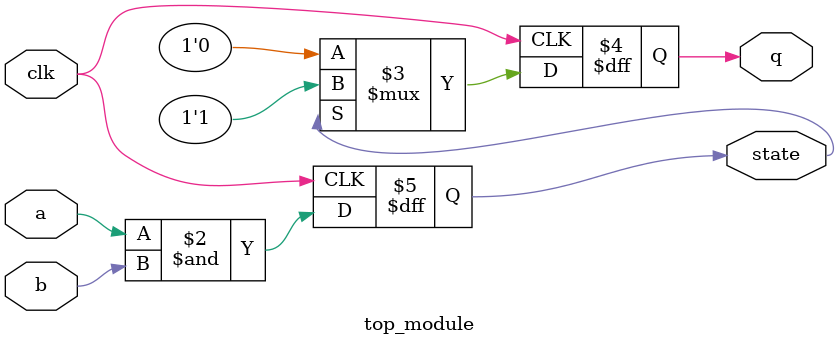
<source format=sv>
module top_module (
    input clk,
    input a,
    input b,
    output reg q,
    output reg state
);

always @(posedge clk) begin
    state <= a & b;
    q <= state ? 1'b1 : 1'b0;
end

endmodule

</source>
